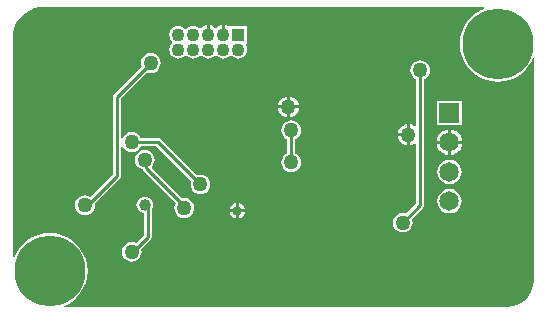
<source format=gbl>
G04*
G04 #@! TF.GenerationSoftware,Altium Limited,Altium Designer,20.2.3 (150)*
G04*
G04 Layer_Physical_Order=2*
G04 Layer_Color=16711680*
%FSLAX24Y24*%
%MOIN*%
G70*
G04*
G04 #@! TF.SameCoordinates,5CD28015-20A0-4C02-B718-EEF65EA4BBC3*
G04*
G04*
G04 #@! TF.FilePolarity,Positive*
G04*
G01*
G75*
%ADD13C,0.0100*%
%ADD38C,0.2362*%
%ADD39R,0.0433X0.0433*%
%ADD40C,0.0433*%
%ADD41R,0.0650X0.0650*%
%ADD42C,0.0650*%
%ADD43C,0.0394*%
%ADD44C,0.0500*%
%ADD45C,0.0315*%
G36*
X26083Y25426D02*
X25976Y25381D01*
X25807Y25278D01*
X25656Y25149D01*
X25527Y24998D01*
X25424Y24829D01*
X25348Y24646D01*
X25301Y24453D01*
X25286Y24255D01*
X25301Y24057D01*
X25348Y23865D01*
X25424Y23681D01*
X25527Y23512D01*
X25656Y23362D01*
X25807Y23233D01*
X25976Y23129D01*
X26159Y23053D01*
X26352Y23007D01*
X26550Y22991D01*
X26747Y23007D01*
X26940Y23053D01*
X27123Y23129D01*
X27292Y23233D01*
X27443Y23362D01*
X27572Y23512D01*
X27676Y23681D01*
X27720Y23789D01*
X27770Y23779D01*
Y16468D01*
Y16369D01*
X27732Y16176D01*
X27656Y15994D01*
X27547Y15830D01*
X27408Y15691D01*
X27244Y15582D01*
X27062Y15506D01*
X26869Y15468D01*
X12087D01*
X12077Y15518D01*
X12185Y15562D01*
X12354Y15666D01*
X12505Y15795D01*
X12633Y15945D01*
X12737Y16114D01*
X12813Y16298D01*
X12859Y16490D01*
X12875Y16688D01*
X12859Y16886D01*
X12813Y17079D01*
X12737Y17262D01*
X12633Y17431D01*
X12505Y17582D01*
X12354Y17711D01*
X12185Y17814D01*
X12002Y17890D01*
X11809Y17936D01*
X11611Y17952D01*
X11413Y17936D01*
X11221Y17890D01*
X11037Y17814D01*
X10868Y17711D01*
X10717Y17582D01*
X10589Y17431D01*
X10485Y17262D01*
X10441Y17155D01*
X10391Y17164D01*
Y24476D01*
Y24574D01*
X10429Y24767D01*
X10504Y24949D01*
X10614Y25113D01*
X10753Y25252D01*
X10917Y25362D01*
X11099Y25437D01*
X11292Y25476D01*
X26073D01*
X26083Y25426D01*
D02*
G37*
%LPC*%
G36*
X17445Y24873D02*
Y24560D01*
X17345D01*
Y24873D01*
X17313Y24868D01*
X17236Y24836D01*
X17179Y24793D01*
X17145Y24788D01*
X17112Y24793D01*
X17055Y24836D01*
X16978Y24868D01*
X16945Y24873D01*
Y24560D01*
X16845D01*
Y24873D01*
X16813Y24868D01*
X16736Y24836D01*
X16670Y24786D01*
X16657Y24769D01*
X16607D01*
X16606Y24770D01*
X16544Y24818D01*
X16472Y24848D01*
X16395Y24858D01*
X16318Y24848D01*
X16246Y24818D01*
X16185Y24770D01*
X16170Y24752D01*
X16120D01*
X16106Y24770D01*
X16044Y24818D01*
X15972Y24848D01*
X15895Y24858D01*
X15818Y24848D01*
X15746Y24818D01*
X15685Y24770D01*
X15637Y24709D01*
X15608Y24637D01*
X15597Y24560D01*
X15608Y24483D01*
X15637Y24411D01*
X15685Y24349D01*
X15703Y24335D01*
Y24285D01*
X15685Y24270D01*
X15637Y24209D01*
X15608Y24137D01*
X15597Y24060D01*
X15608Y23983D01*
X15637Y23911D01*
X15685Y23849D01*
X15746Y23802D01*
X15818Y23772D01*
X15895Y23762D01*
X15972Y23772D01*
X16044Y23802D01*
X16106Y23849D01*
X16120Y23868D01*
X16170D01*
X16185Y23849D01*
X16246Y23802D01*
X16318Y23772D01*
X16395Y23762D01*
X16472Y23772D01*
X16544Y23802D01*
X16606Y23849D01*
X16620Y23868D01*
X16670D01*
X16685Y23849D01*
X16746Y23802D01*
X16818Y23772D01*
X16895Y23762D01*
X16972Y23772D01*
X17044Y23802D01*
X17106Y23849D01*
X17120Y23868D01*
X17170D01*
X17185Y23849D01*
X17246Y23802D01*
X17318Y23772D01*
X17395Y23762D01*
X17472Y23772D01*
X17544Y23802D01*
X17606Y23849D01*
X17620Y23868D01*
X17670D01*
X17685Y23849D01*
X17746Y23802D01*
X17818Y23772D01*
X17895Y23762D01*
X17972Y23772D01*
X18044Y23802D01*
X18106Y23849D01*
X18153Y23911D01*
X18183Y23983D01*
X18193Y24060D01*
X18183Y24137D01*
X18153Y24209D01*
X18145Y24220D01*
X18167Y24265D01*
X18191D01*
Y24855D01*
X17600D01*
X17600Y24855D01*
X17550Y24838D01*
X17478Y24868D01*
X17445Y24873D01*
D02*
G37*
G36*
X14980Y23952D02*
X14894Y23941D01*
X14814Y23908D01*
X14745Y23855D01*
X14692Y23786D01*
X14659Y23706D01*
X14648Y23620D01*
X14659Y23535D01*
X14674Y23500D01*
X13764Y22590D01*
X13735Y22548D01*
X13725Y22498D01*
Y19916D01*
X12962Y19153D01*
X12957Y19156D01*
X12877Y19190D01*
X12791Y19201D01*
X12706Y19190D01*
X12626Y19156D01*
X12557Y19104D01*
X12504Y19035D01*
X12471Y18955D01*
X12460Y18869D01*
X12471Y18783D01*
X12504Y18704D01*
X12557Y18635D01*
X12626Y18582D01*
X12706Y18549D01*
X12791Y18538D01*
X12877Y18549D01*
X12957Y18582D01*
X13026Y18635D01*
X13078Y18704D01*
X13112Y18783D01*
X13123Y18869D01*
X13114Y18934D01*
X13950Y19769D01*
X13978Y19811D01*
X13988Y19861D01*
Y20856D01*
X14038Y20866D01*
X14058Y20818D01*
X14110Y20750D01*
X14179Y20697D01*
X14259Y20664D01*
X14345Y20653D01*
X14431Y20664D01*
X14511Y20697D01*
X14579Y20750D01*
X14632Y20818D01*
X14646Y20853D01*
X15169D01*
X16333Y19689D01*
X16319Y19654D01*
X16308Y19569D01*
X16319Y19483D01*
X16352Y19403D01*
X16405Y19334D01*
X16474Y19281D01*
X16554Y19248D01*
X16639Y19237D01*
X16725Y19248D01*
X16805Y19281D01*
X16874Y19334D01*
X16927Y19403D01*
X16960Y19483D01*
X16971Y19569D01*
X16960Y19654D01*
X16927Y19734D01*
X16874Y19803D01*
X16805Y19856D01*
X16725Y19889D01*
X16639Y19900D01*
X16554Y19889D01*
X16519Y19874D01*
X15316Y21077D01*
X15274Y21106D01*
X15224Y21116D01*
X14646D01*
X14632Y21150D01*
X14579Y21219D01*
X14511Y21271D01*
X14431Y21305D01*
X14345Y21316D01*
X14259Y21305D01*
X14179Y21271D01*
X14110Y21219D01*
X14058Y21150D01*
X14038Y21102D01*
X13988Y21112D01*
Y22443D01*
X14859Y23314D01*
X14894Y23300D01*
X14980Y23289D01*
X15065Y23300D01*
X15145Y23333D01*
X15214Y23386D01*
X15267Y23455D01*
X15300Y23535D01*
X15311Y23620D01*
X15300Y23706D01*
X15267Y23786D01*
X15214Y23855D01*
X15145Y23908D01*
X15065Y23941D01*
X14980Y23952D01*
D02*
G37*
G36*
X19619Y22502D02*
Y22206D01*
X19915D01*
X19909Y22247D01*
X19874Y22332D01*
X19818Y22406D01*
X19745Y22462D01*
X19660Y22497D01*
X19619Y22502D01*
D02*
G37*
G36*
X19519D02*
X19477Y22497D01*
X19392Y22462D01*
X19319Y22406D01*
X19263Y22332D01*
X19228Y22247D01*
X19222Y22206D01*
X19519D01*
Y22502D01*
D02*
G37*
G36*
X19915Y22106D02*
X19619D01*
Y21809D01*
X19660Y21815D01*
X19745Y21850D01*
X19818Y21906D01*
X19874Y21979D01*
X19909Y22065D01*
X19915Y22106D01*
D02*
G37*
G36*
X19519D02*
X19222D01*
X19228Y22065D01*
X19263Y21979D01*
X19319Y21906D01*
X19392Y21850D01*
X19477Y21815D01*
X19519Y21809D01*
Y22106D01*
D02*
G37*
G36*
X25342Y22364D02*
X24535D01*
Y21557D01*
X25342D01*
Y22364D01*
D02*
G37*
G36*
X23962Y23708D02*
X23876Y23697D01*
X23796Y23664D01*
X23728Y23611D01*
X23675Y23542D01*
X23642Y23462D01*
X23631Y23376D01*
X23642Y23291D01*
X23675Y23211D01*
X23728Y23142D01*
X23796Y23089D01*
X23831Y23075D01*
Y21534D01*
X23781Y21509D01*
X23748Y21534D01*
X23663Y21569D01*
X23622Y21575D01*
Y21228D01*
Y20882D01*
X23663Y20887D01*
X23748Y20923D01*
X23781Y20948D01*
X23831Y20923D01*
Y18939D01*
X23497Y18605D01*
X23462Y18619D01*
X23376Y18631D01*
X23291Y18619D01*
X23211Y18586D01*
X23142Y18534D01*
X23089Y18465D01*
X23056Y18385D01*
X23045Y18299D01*
X23056Y18213D01*
X23089Y18133D01*
X23142Y18065D01*
X23211Y18012D01*
X23291Y17979D01*
X23376Y17968D01*
X23462Y17979D01*
X23542Y18012D01*
X23611Y18065D01*
X23664Y18133D01*
X23697Y18213D01*
X23708Y18299D01*
X23697Y18385D01*
X23682Y18420D01*
X24055Y18792D01*
X24083Y18835D01*
X24093Y18885D01*
Y23075D01*
X24128Y23089D01*
X24197Y23142D01*
X24249Y23211D01*
X24282Y23291D01*
X24294Y23376D01*
X24282Y23462D01*
X24249Y23542D01*
X24197Y23611D01*
X24128Y23664D01*
X24048Y23697D01*
X23962Y23708D01*
D02*
G37*
G36*
X23522Y21575D02*
X23480Y21569D01*
X23395Y21534D01*
X23322Y21478D01*
X23266Y21405D01*
X23231Y21320D01*
X23225Y21278D01*
X23522D01*
Y21575D01*
D02*
G37*
G36*
X24989Y21398D02*
Y21026D01*
X25360D01*
X25352Y21087D01*
X25310Y21191D01*
X25242Y21279D01*
X25153Y21347D01*
X25049Y21390D01*
X24989Y21398D01*
D02*
G37*
G36*
X24889D02*
X24828Y21390D01*
X24724Y21347D01*
X24636Y21279D01*
X24568Y21191D01*
X24525Y21087D01*
X24517Y21026D01*
X24889D01*
Y21398D01*
D02*
G37*
G36*
X23522Y21178D02*
X23225D01*
X23231Y21137D01*
X23266Y21052D01*
X23322Y20979D01*
X23395Y20923D01*
X23480Y20887D01*
X23522Y20882D01*
Y21178D01*
D02*
G37*
G36*
X25360Y20926D02*
X24989D01*
Y20554D01*
X25049Y20563D01*
X25153Y20605D01*
X25242Y20673D01*
X25310Y20762D01*
X25352Y20865D01*
X25360Y20926D01*
D02*
G37*
G36*
X24889D02*
X24517D01*
X24525Y20865D01*
X24568Y20762D01*
X24636Y20673D01*
X24724Y20605D01*
X24828Y20563D01*
X24889Y20554D01*
Y20926D01*
D02*
G37*
G36*
X19666Y21706D02*
X19580Y21695D01*
X19500Y21662D01*
X19432Y21609D01*
X19379Y21541D01*
X19346Y21461D01*
X19335Y21375D01*
X19346Y21289D01*
X19379Y21209D01*
X19432Y21140D01*
X19500Y21088D01*
X19535Y21073D01*
Y20602D01*
X19500Y20588D01*
X19432Y20535D01*
X19379Y20467D01*
X19346Y20387D01*
X19335Y20301D01*
X19346Y20215D01*
X19379Y20135D01*
X19432Y20066D01*
X19500Y20014D01*
X19580Y19981D01*
X19666Y19969D01*
X19752Y19981D01*
X19832Y20014D01*
X19901Y20066D01*
X19953Y20135D01*
X19986Y20215D01*
X19998Y20301D01*
X19986Y20387D01*
X19953Y20467D01*
X19901Y20535D01*
X19832Y20588D01*
X19797Y20602D01*
Y21073D01*
X19832Y21088D01*
X19901Y21140D01*
X19953Y21209D01*
X19986Y21289D01*
X19998Y21375D01*
X19986Y21461D01*
X19953Y21541D01*
X19901Y21609D01*
X19832Y21662D01*
X19752Y21695D01*
X19666Y21706D01*
D02*
G37*
G36*
X24939Y20399D02*
X24833Y20385D01*
X24735Y20345D01*
X24651Y20280D01*
X24586Y20196D01*
X24545Y20097D01*
X24532Y19992D01*
X24545Y19887D01*
X24586Y19789D01*
X24651Y19704D01*
X24735Y19640D01*
X24833Y19599D01*
X24939Y19585D01*
X25044Y19599D01*
X25142Y19640D01*
X25226Y19704D01*
X25291Y19789D01*
X25332Y19887D01*
X25346Y19992D01*
X25332Y20097D01*
X25291Y20196D01*
X25226Y20280D01*
X25142Y20345D01*
X25044Y20385D01*
X24939Y20399D01*
D02*
G37*
G36*
X17910Y18943D02*
Y18740D01*
X18113D01*
X18111Y18757D01*
X18085Y18820D01*
X18043Y18873D01*
X17990Y18915D01*
X17927Y18941D01*
X17910Y18943D01*
D02*
G37*
G36*
X17810D02*
X17793Y18941D01*
X17730Y18915D01*
X17676Y18873D01*
X17635Y18820D01*
X17609Y18757D01*
X17607Y18740D01*
X17810D01*
Y18943D01*
D02*
G37*
G36*
X24939Y19415D02*
X24833Y19401D01*
X24735Y19360D01*
X24651Y19296D01*
X24586Y19211D01*
X24545Y19113D01*
X24532Y19008D01*
X24545Y18903D01*
X24586Y18804D01*
X24651Y18720D01*
X24735Y18655D01*
X24833Y18615D01*
X24939Y18601D01*
X25044Y18615D01*
X25142Y18655D01*
X25226Y18720D01*
X25291Y18804D01*
X25332Y18903D01*
X25346Y19008D01*
X25332Y19113D01*
X25291Y19211D01*
X25226Y19296D01*
X25142Y19360D01*
X25044Y19401D01*
X24939Y19415D01*
D02*
G37*
G36*
X14784Y20730D02*
X14698Y20719D01*
X14618Y20686D01*
X14550Y20633D01*
X14497Y20564D01*
X14464Y20484D01*
X14453Y20398D01*
X14464Y20313D01*
X14497Y20233D01*
X14550Y20164D01*
X14618Y20111D01*
X14698Y20078D01*
X14707Y20077D01*
X14712Y20055D01*
X14740Y20013D01*
X15811Y18942D01*
X15782Y18873D01*
X15771Y18787D01*
X15782Y18702D01*
X15815Y18622D01*
X15868Y18553D01*
X15937Y18500D01*
X16017Y18467D01*
X16102Y18456D01*
X16188Y18467D01*
X16268Y18500D01*
X16337Y18553D01*
X16390Y18622D01*
X16423Y18702D01*
X16434Y18787D01*
X16423Y18873D01*
X16390Y18953D01*
X16337Y19022D01*
X16268Y19075D01*
X16188Y19108D01*
X16102Y19119D01*
X16017Y19108D01*
X16017Y19108D01*
X15012Y20112D01*
X15016Y20162D01*
X15019Y20164D01*
X15071Y20233D01*
X15105Y20313D01*
X15116Y20398D01*
X15105Y20484D01*
X15071Y20564D01*
X15019Y20633D01*
X14950Y20686D01*
X14870Y20719D01*
X14784Y20730D01*
D02*
G37*
G36*
X18113Y18640D02*
X17910D01*
Y18437D01*
X17927Y18439D01*
X17990Y18465D01*
X18043Y18506D01*
X18085Y18560D01*
X18111Y18623D01*
X18113Y18640D01*
D02*
G37*
G36*
X17810D02*
X17607D01*
X17609Y18623D01*
X17635Y18560D01*
X17676Y18506D01*
X17730Y18465D01*
X17793Y18439D01*
X17810Y18437D01*
Y18640D01*
D02*
G37*
G36*
X14784Y19163D02*
X14712Y19154D01*
X14645Y19126D01*
X14588Y19082D01*
X14544Y19024D01*
X14516Y18957D01*
X14506Y18885D01*
X14516Y18813D01*
X14544Y18746D01*
X14588Y18688D01*
X14645Y18644D01*
X14712Y18617D01*
X14751Y18612D01*
Y17865D01*
X14500Y17615D01*
X14431Y17643D01*
X14345Y17654D01*
X14259Y17643D01*
X14179Y17610D01*
X14110Y17557D01*
X14058Y17489D01*
X14025Y17409D01*
X14013Y17323D01*
X14025Y17237D01*
X14058Y17157D01*
X14110Y17088D01*
X14179Y17036D01*
X14259Y17003D01*
X14345Y16991D01*
X14431Y17003D01*
X14511Y17036D01*
X14579Y17088D01*
X14632Y17157D01*
X14665Y17237D01*
X14676Y17323D01*
X14665Y17409D01*
X14665Y17409D01*
X14975Y17718D01*
X15003Y17761D01*
X15013Y17811D01*
Y18731D01*
X15025Y18746D01*
X15053Y18813D01*
X15062Y18885D01*
X15053Y18957D01*
X15025Y19024D01*
X14981Y19082D01*
X14923Y19126D01*
X14856Y19154D01*
X14784Y19163D01*
D02*
G37*
%LPD*%
D13*
Y18885D02*
Y18970D01*
X13857Y22498D02*
X14980Y23620D01*
X12783Y18787D02*
X13857Y19861D01*
Y22498D01*
X14345Y20984D02*
X15224D01*
X19666Y20301D02*
Y20643D01*
X14759Y18996D02*
X14784Y18970D01*
X16102Y18787D02*
Y18836D01*
X19666Y20643D02*
Y21375D01*
X14833Y20106D02*
X16102Y18836D01*
X14759Y18996D02*
X14759Y18996D01*
X14821Y18934D01*
X14882D01*
X15224Y20984D02*
X16639Y19569D01*
X14833Y20106D02*
Y20203D01*
X14882Y17811D02*
Y18934D01*
X14345Y17323D02*
X14394D01*
X14882Y17811D01*
X23376Y18299D02*
X23962Y18885D01*
Y23376D01*
D38*
X26550Y24255D02*
D03*
X11611Y16688D02*
D03*
D39*
X17895Y24560D02*
D03*
D40*
Y24060D02*
D03*
X17395Y24560D02*
D03*
Y24060D02*
D03*
X16895Y24560D02*
D03*
Y24060D02*
D03*
X16395Y24560D02*
D03*
Y24060D02*
D03*
X15895Y24560D02*
D03*
Y24060D02*
D03*
D41*
X24939Y21961D02*
D03*
D42*
Y20976D02*
D03*
Y19992D02*
D03*
Y19008D02*
D03*
D43*
X14784Y18885D02*
D03*
D44*
X14345Y20984D02*
D03*
X19666Y20301D02*
D03*
X14784Y20398D02*
D03*
X16102Y18787D02*
D03*
X16639Y19569D02*
D03*
X14345Y17323D02*
D03*
X23572Y21228D02*
D03*
X19569Y22156D02*
D03*
X19666Y21375D02*
D03*
X12791Y18869D02*
D03*
X14980Y23620D02*
D03*
X23376Y18299D02*
D03*
X23962Y23376D02*
D03*
D45*
X17860Y18690D02*
D03*
M02*

</source>
